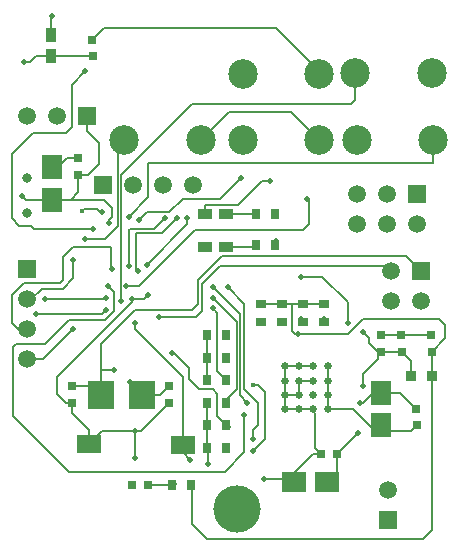
<source format=gbl>
G04*
G04 #@! TF.GenerationSoftware,Altium Limited,Altium Designer,18.0.11 (651)*
G04*
G04 Layer_Physical_Order=2*
G04 Layer_Color=16711680*
%FSLAX25Y25*%
%MOIN*%
G70*
G01*
G75*
%ADD19R,0.03799X0.03150*%
%ADD20R,0.05000X0.03500*%
%ADD21R,0.03150X0.03799*%
%ADD22R,0.03000X0.03000*%
%ADD24R,0.03000X0.03000*%
%ADD30R,0.06693X0.07874*%
%ADD57C,0.00500*%
%ADD58C,0.05906*%
%ADD59R,0.05906X0.05906*%
%ADD60C,0.03150*%
%ADD61C,0.09843*%
%ADD62R,0.05906X0.05906*%
%ADD63C,0.01968*%
%ADD64C,0.01575*%
%ADD65C,0.02598*%
%ADD66C,0.15748*%
%ADD67R,0.03500X0.05000*%
%ADD68R,0.07874X0.05906*%
%ADD69R,0.07874X0.06693*%
%ADD70R,0.03500X0.03500*%
%ADD71R,0.08661X0.09449*%
D19*
X86000Y-108299D02*
D03*
Y-102000D02*
D03*
X93000Y-108299D02*
D03*
Y-102000D02*
D03*
X100000Y-108299D02*
D03*
Y-102000D02*
D03*
X107000Y-108299D02*
D03*
Y-102000D02*
D03*
D20*
X67500Y-83000D02*
D03*
X74500D02*
D03*
X67500Y-72300D02*
D03*
X74500D02*
D03*
D21*
X84500Y-72000D02*
D03*
X90799D02*
D03*
X62799Y-162500D02*
D03*
X56500D02*
D03*
X84500Y-82500D02*
D03*
X90799D02*
D03*
X74500Y-150000D02*
D03*
X68201D02*
D03*
X74500Y-142500D02*
D03*
X68201D02*
D03*
X74500Y-135000D02*
D03*
X68201D02*
D03*
X74500Y-127500D02*
D03*
X68201D02*
D03*
X74500Y-112500D02*
D03*
X68201D02*
D03*
X74500Y-120000D02*
D03*
X68201D02*
D03*
D22*
X43000Y-162500D02*
D03*
X48500Y-162400D02*
D03*
X106000Y-152100D02*
D03*
X111500Y-152000D02*
D03*
D24*
X55500Y-135000D02*
D03*
X55400Y-129500D02*
D03*
X23135Y-135021D02*
D03*
X23035Y-129521D02*
D03*
X25000Y-53500D02*
D03*
X25100Y-59000D02*
D03*
X138000Y-142500D02*
D03*
X137900Y-137000D02*
D03*
X142900Y-112500D02*
D03*
X143000Y-118000D02*
D03*
X132900Y-112500D02*
D03*
X133000Y-118000D02*
D03*
X126000Y-112500D02*
D03*
X126100Y-118000D02*
D03*
X29900Y-14000D02*
D03*
X30000Y-19500D02*
D03*
D30*
X16500Y-67315D02*
D03*
Y-56500D02*
D03*
X126000Y-131685D02*
D03*
Y-142500D02*
D03*
D57*
X124000Y-144500D02*
X126500D01*
X116634Y-137134D02*
X124000Y-144500D01*
X43000Y-101500D02*
Y-100500D01*
X18000Y-126500D02*
X43000Y-101500D01*
X18000Y-132000D02*
Y-126500D01*
X67500Y-150701D02*
X68500Y-151701D01*
X63000Y-175500D02*
Y-162500D01*
X78500Y-69000D02*
X86500Y-61000D01*
X67500Y-69000D02*
X78500D01*
X108307Y-137134D02*
X116634D01*
X84000Y-83000D02*
X84500Y-82500D01*
X74500Y-83000D02*
X84000D01*
X84200Y-72300D02*
X84500Y-72000D01*
X74500Y-72300D02*
X84200D01*
X16000Y-6500D02*
X16500Y-6000D01*
X16000Y-12500D02*
Y-6500D01*
Y-19500D02*
X30000D01*
X11000D02*
X16000D01*
X9000Y-21500D02*
X11000Y-19500D01*
X7000Y-21500D02*
X9000D01*
X29900Y-14000D02*
X33900Y-10000D01*
X91000D01*
X105591Y-24591D01*
Y-25500D02*
Y-24591D01*
X96091Y-38000D02*
X105591Y-47500D01*
X75500Y-38000D02*
X96091D01*
X66000Y-47500D02*
X75500Y-38000D01*
X6500Y-66000D02*
X7815Y-67315D01*
X16500D01*
X10500Y-77000D02*
X30000D01*
X9500Y-76000D02*
X10500Y-77000D01*
X34000Y-80500D02*
X38500Y-76000D01*
X27500Y-80500D02*
X34000D01*
X33000Y-72000D02*
Y-71500D01*
X31500Y-70500D02*
X33000Y-72000D01*
X86500Y-61000D02*
X89000D01*
X67500Y-72000D02*
Y-69000D01*
X21500Y-53500D02*
X25000D01*
X18500Y-56500D02*
X21500Y-53500D01*
X16500Y-56500D02*
X18500D01*
X23000Y-29000D02*
X27500Y-24500D01*
X23000Y-43000D02*
Y-29000D01*
X21000Y-45000D02*
X23000Y-43000D01*
X10000Y-45000D02*
X21000D01*
X3000Y-52000D02*
X10000Y-45000D01*
X3000Y-73500D02*
Y-52000D01*
Y-73500D02*
X5500Y-76000D01*
X9500D01*
X22685Y-67315D02*
X33815D01*
X36500Y-70000D01*
Y-73000D02*
Y-70000D01*
X35500Y-74000D02*
X36500Y-73000D01*
X35500Y-75000D02*
Y-74000D01*
X27000Y-70500D02*
X31500D01*
X26500Y-71000D02*
X27000Y-70500D01*
X38500Y-76000D02*
Y-49409D01*
X25100Y-59000D02*
X28500D01*
X32000Y-55500D01*
Y-48500D01*
X28000Y-44500D02*
X32000Y-48500D01*
X28000Y-44500D02*
Y-39500D01*
X25100Y-64900D02*
Y-59000D01*
X22685Y-67315D02*
X25100Y-64900D01*
X16500Y-67315D02*
X22685D01*
X61500Y-75500D02*
Y-73500D01*
X48000Y-89000D02*
X61500Y-75500D01*
X44500Y-90500D02*
X45000Y-91000D01*
X44500Y-90500D02*
Y-78500D01*
X53000D01*
X58000Y-73500D01*
X60000Y-67000D02*
X72500D01*
X55500Y-71500D02*
X60000Y-67000D01*
X48000Y-71500D02*
X55500D01*
X42000Y-89500D02*
Y-77500D01*
X42500Y-77000D01*
X50500D01*
X54000Y-73500D01*
X72500Y-67000D02*
X79500Y-60000D01*
X45500Y-74000D02*
X48000Y-71500D01*
X143591Y-54909D02*
Y-47500D01*
X143500Y-55000D02*
X143591Y-54909D01*
X48500Y-55000D02*
X143500D01*
X48500Y-66500D02*
Y-55000D01*
X42000Y-73000D02*
X48500Y-66500D01*
X38500Y-49409D02*
X40409Y-47500D01*
X39500Y-59000D02*
X63000Y-35500D01*
X39500Y-101000D02*
Y-59000D01*
X63000Y-35500D02*
X116000D01*
X36000Y-90500D02*
Y-83000D01*
X5000Y-110500D02*
X8000D01*
X23500Y-83000D02*
X36000D01*
X20000Y-86500D02*
X23500Y-83000D01*
X20000Y-94000D02*
Y-86500D01*
X19000Y-95000D02*
X20000Y-94000D01*
X7000Y-95000D02*
X19000D01*
X3000Y-99000D02*
X7000Y-95000D01*
X3000Y-108500D02*
Y-99000D01*
Y-108500D02*
X5000Y-110500D01*
X8000Y-100500D02*
X9500D01*
X23500Y-93500D02*
Y-87500D01*
X20000Y-97000D02*
X23500Y-93500D01*
X13000Y-97000D02*
X20000D01*
X9500Y-100500D02*
X13000Y-97000D01*
X101500Y-67000D02*
X102000Y-67500D01*
Y-75500D02*
Y-67500D01*
X100000Y-77500D02*
X102000Y-75500D01*
X64000Y-77500D02*
X100000D01*
X45500Y-96000D02*
X64000Y-77500D01*
X41000Y-96000D02*
X45500D01*
X117409Y-34091D02*
Y-25000D01*
X116000Y-35500D02*
X117409Y-34091D01*
X37000Y-104500D02*
Y-98000D01*
X34000Y-107500D02*
X37000Y-104500D01*
X35000Y-96000D02*
X37000Y-98000D01*
X47000Y-100500D02*
X48500Y-99000D01*
X43000Y-100500D02*
X47000D01*
X18000Y-132000D02*
X21021Y-135021D01*
X23135D01*
X32610Y-124000D02*
Y-115390D01*
Y-132500D02*
Y-124000D01*
X37000D01*
X56400Y-162400D02*
X56500Y-162500D01*
X44000Y-110500D02*
Y-108500D01*
X143000Y-177500D02*
Y-126000D01*
X140000Y-180500D02*
X143000Y-177500D01*
X68000Y-180500D02*
X140000D01*
X63000Y-175500D02*
X68000Y-180500D01*
X128000Y-89500D02*
X129500Y-91000D01*
X72500Y-89500D02*
X128000D01*
X66500Y-95500D02*
X72500Y-89500D01*
X99500Y-93000D02*
X106500D01*
X115000Y-101500D01*
Y-108500D02*
Y-101500D01*
Y-112000D02*
X120000Y-107000D01*
X98500Y-112000D02*
X115000D01*
X126100Y-118000D02*
X133000D01*
X136000Y-126000D02*
Y-121000D01*
X133000Y-118000D02*
X136000Y-121000D01*
X143000Y-126000D02*
Y-118000D01*
X147500Y-113500D01*
Y-109000D01*
X145500Y-107000D02*
X147500Y-109000D01*
X120000Y-107000D02*
X145500D01*
X96500Y-102000D02*
X100000D01*
X93000D02*
X96500D01*
Y-111000D02*
Y-102000D01*
Y-111000D02*
X97500Y-112000D01*
X98500D01*
X100000Y-102000D02*
X107000D01*
X86000D02*
X93000D01*
X134500Y-86000D02*
X139500Y-91000D01*
X73000Y-86000D02*
X134500D01*
X65000Y-94000D02*
X73000Y-86000D01*
X65000Y-102000D02*
Y-94000D01*
X63000Y-104000D02*
X65000Y-102000D01*
X44000Y-104000D02*
X63000D01*
X32610Y-115390D02*
X44000Y-104000D01*
X66500Y-104500D02*
Y-95500D01*
X64500Y-106500D02*
X66500Y-104500D01*
X52000Y-106500D02*
X64500D01*
X13500Y-120500D02*
X23500Y-110500D01*
X8000Y-120500D02*
X13500D01*
X3500Y-139500D02*
Y-116500D01*
X4500Y-115500D01*
X14000D01*
X96185Y-160500D02*
X97185Y-161500D01*
X87000Y-160500D02*
X96185D01*
X83500Y-151000D02*
X87500Y-147000D01*
Y-131500D01*
X85063Y-129063D02*
X87500Y-131500D01*
X83563Y-129063D02*
X85063D01*
X74000Y-158000D02*
X80500Y-151500D01*
X22000Y-158000D02*
X74000D01*
X3500Y-139500D02*
X22000Y-158000D01*
X68500Y-155500D02*
Y-151701D01*
X74000Y-134500D02*
X78000Y-130500D01*
X74000Y-135000D02*
Y-134500D01*
X75000Y-96500D02*
X80500Y-102000D01*
Y-130500D02*
Y-102000D01*
Y-130500D02*
X85000Y-135000D01*
Y-142500D02*
Y-135000D01*
X83500Y-144000D02*
X85000Y-142500D01*
X83500Y-147000D02*
Y-144000D01*
X60000Y-149000D02*
Y-126500D01*
X44000Y-110500D02*
X60000Y-126500D01*
X67500Y-150701D02*
X68201Y-150000D01*
Y-142500D02*
Y-135000D01*
Y-150000D02*
Y-142500D01*
Y-120000D02*
Y-112500D01*
Y-127500D02*
Y-120000D01*
X60000Y-151500D02*
X62500Y-154000D01*
X60000Y-151500D02*
Y-149000D01*
X48500Y-162400D02*
X56400D01*
X44000Y-153500D02*
Y-144500D01*
X29632Y-129521D02*
X32610Y-132500D01*
X23035Y-129521D02*
X29632D01*
X23135Y-138635D02*
Y-135021D01*
Y-138635D02*
X28769Y-144269D01*
Y-148921D02*
Y-144269D01*
Y-148921D02*
X33190Y-144500D01*
X44000D01*
X46000D01*
X55500Y-135000D01*
X52400Y-132500D02*
X55400Y-129500D01*
X46390Y-132500D02*
X52400D01*
X132900Y-112500D02*
X142900D01*
X126000D02*
X132900D01*
X125000Y-120500D02*
Y-118000D01*
X122000Y-115000D02*
X125000Y-118000D01*
X122000Y-115000D02*
Y-113500D01*
X120000Y-111500D02*
X122000Y-113500D01*
X120000Y-125500D02*
X125000Y-120500D01*
X120000Y-129500D02*
Y-125500D01*
X126000Y-131685D02*
X132585D01*
X123315D02*
X126000D01*
X120000Y-135000D02*
X123315Y-131685D01*
X119000Y-135000D02*
X120000D01*
X132585Y-131685D02*
X137900Y-137000D01*
X136000Y-144500D02*
X138000Y-142500D01*
X126500Y-144500D02*
X136000D01*
X111500Y-152000D02*
X118500Y-145000D01*
X108000Y-161500D02*
X111500Y-158000D01*
Y-152000D01*
X97185Y-161500D02*
Y-158315D01*
X103400Y-152100D01*
X106000D01*
X104000Y-150100D02*
X106000Y-152100D01*
X104000Y-150100D02*
Y-138500D01*
X103583Y-138083D02*
X104000Y-138500D01*
X103583Y-138083D02*
Y-137134D01*
X98858D02*
X103583D01*
X94134D02*
X98858D01*
X94134Y-132409D02*
X98858D01*
X94134Y-137134D02*
Y-132409D01*
Y-127685D01*
Y-122961D01*
X98858D01*
X103583D01*
X98858Y-132409D02*
Y-127685D01*
X103583D01*
X108307D02*
Y-122961D01*
Y-132409D02*
Y-127685D01*
Y-137134D02*
Y-132409D01*
X22000Y-107500D02*
X34000D01*
X14000Y-115500D02*
X22000Y-107500D01*
X80500Y-151500D02*
Y-139000D01*
X71500Y-139500D02*
X74500Y-142500D01*
X71500Y-139500D02*
Y-132000D01*
X70000Y-96500D02*
X79000Y-105500D01*
Y-132500D02*
Y-105500D01*
Y-132500D02*
X81500Y-135000D01*
X70000Y-100000D02*
X78000Y-108000D01*
Y-130500D02*
Y-108000D01*
X57000Y-118500D02*
X62000Y-123500D01*
Y-127000D02*
Y-123500D01*
Y-127000D02*
X65500Y-130500D01*
X70000D01*
X71500Y-132000D01*
X70000Y-103500D02*
X71500Y-105000D01*
Y-124500D02*
Y-105000D01*
Y-124500D02*
X74500Y-127500D01*
X33000Y-105500D02*
X34500Y-104000D01*
X11000Y-105500D02*
X33000D01*
X34000Y-100500D02*
X34500Y-100000D01*
X14000Y-100500D02*
X34000D01*
D58*
X129500Y-101000D02*
D03*
Y-91000D02*
D03*
X139500Y-101000D02*
D03*
X63500Y-62500D02*
D03*
X53500D02*
D03*
X43500D02*
D03*
X18000Y-39500D02*
D03*
X8000D02*
D03*
X128500Y-164000D02*
D03*
X8000Y-120500D02*
D03*
Y-110500D02*
D03*
Y-100500D02*
D03*
X138000Y-75500D02*
D03*
X128000Y-65500D02*
D03*
Y-75500D02*
D03*
X118000Y-65500D02*
D03*
Y-75500D02*
D03*
D59*
X139500Y-91000D02*
D03*
X33500Y-62500D02*
D03*
X28000Y-39500D02*
D03*
X138000Y-65500D02*
D03*
D60*
X8000Y-71905D02*
D03*
Y-60094D02*
D03*
D61*
X66000Y-47500D02*
D03*
X40409D02*
D03*
X80000Y-25500D02*
D03*
X105591D02*
D03*
X80000Y-47500D02*
D03*
X105591D02*
D03*
X143591D02*
D03*
X118000D02*
D03*
X117409Y-25000D02*
D03*
X143000D02*
D03*
D62*
X128500Y-174000D02*
D03*
X8000Y-90500D02*
D03*
D63*
X16500Y-6000D02*
D03*
X7000Y-21500D02*
D03*
X29900Y-14000D02*
D03*
X91000Y-81000D02*
D03*
Y-72500D02*
D03*
X6500Y-66000D02*
D03*
X30000Y-77000D02*
D03*
X27500Y-80500D02*
D03*
X33000Y-71500D02*
D03*
X89000Y-61000D02*
D03*
X16000Y-57000D02*
D03*
X25000Y-53500D02*
D03*
X27500Y-24500D02*
D03*
X35500Y-75000D02*
D03*
X67500Y-72000D02*
D03*
Y-83000D02*
D03*
X61500Y-73500D02*
D03*
X48000Y-89000D02*
D03*
X45000Y-91000D02*
D03*
X58000Y-73500D02*
D03*
X42000Y-89500D02*
D03*
X54000Y-73500D02*
D03*
X79500Y-60000D02*
D03*
X45500Y-74000D02*
D03*
X42000Y-73000D02*
D03*
X36500Y-90500D02*
D03*
X101500Y-67000D02*
D03*
X41000Y-96000D02*
D03*
X39500Y-101000D02*
D03*
X48500Y-99000D02*
D03*
X43000Y-100500D02*
D03*
X37000Y-124000D02*
D03*
X99500Y-93000D02*
D03*
X115000Y-108500D02*
D03*
X107000Y-107000D02*
D03*
X98500Y-112000D02*
D03*
X99500Y-107000D02*
D03*
X100000Y-102000D02*
D03*
X92500Y-108500D02*
D03*
X52000Y-106500D02*
D03*
X23500Y-87500D02*
D03*
Y-110500D02*
D03*
X87000Y-160500D02*
D03*
X68500Y-155500D02*
D03*
X83500Y-151000D02*
D03*
X75000Y-96500D02*
D03*
X83500Y-147000D02*
D03*
X63000Y-162500D02*
D03*
X44000Y-108500D02*
D03*
X68201Y-135000D02*
D03*
Y-127500D02*
D03*
X57000Y-162000D02*
D03*
X62500Y-154000D02*
D03*
X43000Y-162500D02*
D03*
X44000Y-153500D02*
D03*
Y-144500D02*
D03*
X42500Y-128000D02*
D03*
X126000Y-112500D02*
D03*
X120000Y-111500D02*
D03*
Y-129500D02*
D03*
X119000Y-135000D02*
D03*
X126500Y-144500D02*
D03*
X118500Y-145000D02*
D03*
X105500Y-160000D02*
D03*
X35000Y-96000D02*
D03*
X80500Y-139000D02*
D03*
X70000Y-96500D02*
D03*
X81500Y-135000D02*
D03*
X74000D02*
D03*
X56500Y-118500D02*
D03*
X70000Y-100000D02*
D03*
Y-103500D02*
D03*
X74500Y-150500D02*
D03*
X75000Y-143000D02*
D03*
X74500Y-127500D02*
D03*
Y-120000D02*
D03*
Y-112500D02*
D03*
X86000Y-108500D02*
D03*
X34500Y-104000D02*
D03*
X11000Y-105500D02*
D03*
X34500Y-100000D02*
D03*
X14000Y-100500D02*
D03*
D64*
X26500Y-71000D02*
D03*
X83563Y-129063D02*
D03*
D65*
X94134Y-137134D02*
D03*
Y-132409D02*
D03*
Y-127685D02*
D03*
Y-122961D02*
D03*
X98858Y-137134D02*
D03*
Y-132409D02*
D03*
Y-127685D02*
D03*
Y-122961D02*
D03*
X103583Y-137134D02*
D03*
Y-132409D02*
D03*
Y-127685D02*
D03*
Y-122961D02*
D03*
X108307Y-137134D02*
D03*
Y-132409D02*
D03*
Y-127685D02*
D03*
Y-122961D02*
D03*
D66*
X78000Y-170500D02*
D03*
D67*
X16000Y-19500D02*
D03*
Y-12500D02*
D03*
D68*
X60000Y-149000D02*
D03*
X28769Y-148921D02*
D03*
D69*
X108000Y-161500D02*
D03*
X97185D02*
D03*
D70*
X136000Y-126000D02*
D03*
X143000D02*
D03*
D71*
X32610Y-132500D02*
D03*
X46390D02*
D03*
M02*

</source>
